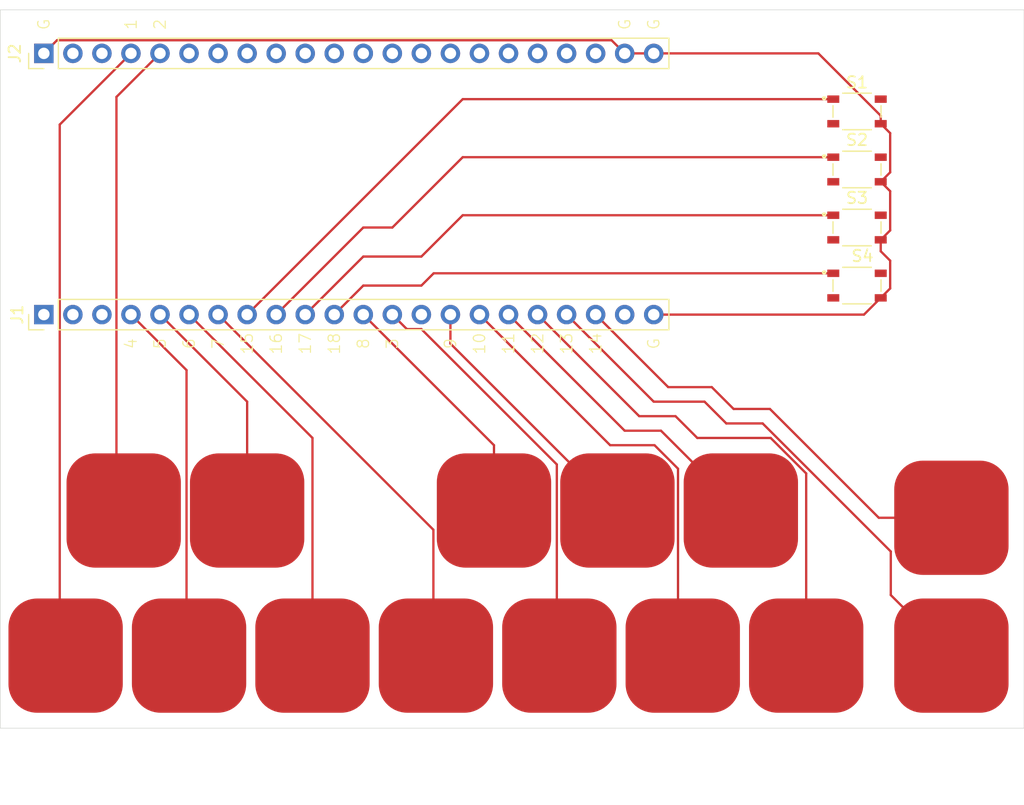
<source format=kicad_pcb>
(kicad_pcb (version 20240108) (generator "pcbnew") (generator_version "8.0")
  (layers (0 "F.Cu" signal) (31 "B.Cu" signal) (34 "B.Paste" user) (35 "F.Paste" user) (36 "B.SilkS" user "B.Silkscreen") (37 "F.SilkS" user "F.Silkscreen") (38 "B.Mask" user) (39 "F.Mask" user) (44 "Edge.Cuts" user))
  (net 0 "")
  (net 1 "SELECT2")
  (net 2 "TOUCH10")
  (net 3 "GND")
  (net 4 "SELECT1")
  (net 6 "TOUCH7")
  (net 7 "TOUCH5")
  (net 8 "TOUCH14")
  (net 10 "TOUCH4")
  (net 11 "TOUCH6")
  (net 12 "TOUCH11")
  (net 13 "TOUCH9")
  (net 15 "SELECT3")
  (net 16 "TOUCH3")
  (net 17 "TOUCH12")
  (net 18 "SELECT4")
  (net 19 "TOUCH8")
  (net 20 "TOUCH13")
  (net 30 "TOUCH1")
  (net 35 "TOUCH2")
  (footprint "Pad-CapacitiveTouch:Pad-CapacitiveTouch" (layer "F.Cu") (at 67.945 88.265)
    (property "Reference" "J5")
    (property "Value" "Conn_01x01")
    (pad "1" smd roundrect (at 0 0) (size 10 10) (layers "F.Cu" "F.Mask") (net 16 "TOUCH3"))
  )
  (footprint "Pad-CapacitiveTouch:Pad-CapacitiveTouch" (layer "F.Cu") (at 62.23 75.565)
    (property "Reference" "J10")
    (property "Value" "Conn_01x01")
    (pad "1" smd roundrect (at 0 0) (size 10 10) (layers "F.Cu" "F.Mask") (net 19 "TOUCH8"))
  )
  (footprint "Pad-CapacitiveTouch:Pad-CapacitiveTouch" (layer "F.Cu") (at 83.82 75.565)
    (property "Reference" "J13")
    (property "Value" "Conn_01x01")
    (pad "1" smd roundrect (at 0 0) (size 10 10) (layers "F.Cu" "F.Mask") (net 12 "TOUCH11"))
  )
  (footprint "Pad-CapacitiveTouch:Pad-CapacitiveTouch" (layer "F.Cu") (at 29.845 75.565)
    (property "Reference" "J4")
    (property "Value" "Conn_01x01")
    (pad "1" smd roundrect (at 0 0) (size 10 10) (layers "F.Cu" "F.Mask") (net 35 "TOUCH2"))
  )
  (footprint "Pad-CapacitiveTouch:Pad-CapacitiveTouch" (layer "F.Cu") (at 57.15 88.265)
    (property "Reference" "J9")
    (property "Value" "Conn_01x01")
    (pad "1" smd roundrect (at 0 0) (size 10 10) (layers "F.Cu" "F.Mask") (net 6 "TOUCH7"))
  )
  (footprint "SKRPACE010:SKRPACE010" (layer "F.Cu") (at 93.98 55.88)
    (property "Reference" "S4" (at 0.47575 -2.58912 0) (layer "F.SilkS") (effects (font (size 1.001591 1.001591))))
    (property "Value" "SKRPACE010")
    (fp_line (start -2.1 -0.5) (end -2.1 0.5) (stroke (width 0.127)) (layer "F.SilkS"))
    (fp_line (start -1.25 -1.6) (end 1.25 -1.6) (stroke (width 0.127)) (layer "F.SilkS"))
    (fp_line (start -1.25 1.6) (end 1.25 1.6) (stroke (width 0.127)) (layer "F.SilkS"))
    (fp_line (start 2.1 -0.5) (end 2.1 0.5) (stroke (width 0.127)) (layer "F.SilkS"))
    (fp_circle (center -2.9 -1.15) (end -2.788197 -1.15) (stroke (width 0.127)) (fill none) (layer "F.SilkS"))
    (fp_circle (center -2.85 -1.15) (end -2.8 -1.15) (stroke (width 0.127)) (fill none) (layer "F.SilkS"))
    (pad "1" smd rect (at -2.075 -1.075) (size 1.05 0.65) (layers "F.Cu" "F.Paste" "F.Mask") (net 18 "SELECT4"))
    (pad "2" smd rect (at 2.075 -1.075) (size 1.05 0.65) (layers "F.Cu" "F.Paste" "F.Mask"))
    (pad "3" smd rect (at -2.075 1.075) (size 1.05 0.65) (layers "F.Cu" "F.Paste" "F.Mask"))
    (pad "4" smd rect (at 2.075 1.075) (size 1.05 0.65) (layers "F.Cu" "F.Paste" "F.Mask") (net 3 "GND"))
  )
  (footprint "Pad-CapacitiveTouch:Pad-CapacitiveTouch" (layer "F.Cu") (at 73.025 75.565)
    (property "Reference" "J11")
    (property "Value" "Conn_01x01")
    (pad "1" smd roundrect (at 0 0) (size 10 10) (layers "F.Cu" "F.Mask") (net 13 "TOUCH9"))
  )
  (footprint "SKRPACE010:SKRPACE010" (layer "F.Cu") (at 93.98 45.72)
    (property "Reference" "S2" (at 0 -2.58912 0) (layer "F.SilkS") (effects (font (size 1.001591 1.001591))))
    (property "Value" "SKRPACE010")
    (fp_line (start -2.1 -0.5) (end -2.1 0.5) (stroke (width 0.127)) (layer "F.SilkS"))
    (fp_line (start -1.25 -1.6) (end 1.25 -1.6) (stroke (width 0.127)) (layer "F.SilkS"))
    (fp_line (start -1.25 1.6) (end 1.25 1.6) (stroke (width 0.127)) (layer "F.SilkS"))
    (fp_line (start 2.1 -0.5) (end 2.1 0.5) (stroke (width 0.127)) (layer "F.SilkS"))
    (fp_circle (center -2.9 -1.15) (end -2.788197 -1.15) (stroke (width 0.127)) (fill none) (layer "F.SilkS"))
    (fp_circle (center -2.85 -1.15) (end -2.8 -1.15) (stroke (width 0.127)) (fill none) (layer "F.SilkS"))
    (pad "1" smd rect (at -2.075 -1.075) (size 1.05 0.65) (layers "F.Cu" "F.Paste" "F.Mask") (net 1 "SELECT2"))
    (pad "2" smd rect (at 2.075 -1.075) (size 1.05 0.65) (layers "F.Cu" "F.Paste" "F.Mask"))
    (pad "3" smd rect (at -2.075 1.075) (size 1.05 0.65) (layers "F.Cu" "F.Paste" "F.Mask"))
    (pad "4" smd rect (at 2.075 1.075) (size 1.05 0.65) (layers "F.Cu" "F.Paste" "F.Mask") (net 3 "GND"))
  )
  (footprint "SKRPACE010:SKRPACE010" (layer "F.Cu") (at 93.98 40.64)
    (property "Reference" "S1" (at 0 -2.54 0) (layer "F.SilkS") (effects (font (size 1.001591 1.001591))))
    (property "Value" "SKRPACE010")
    (fp_line (start -2.1 -0.5) (end -2.1 0.5) (stroke (width 0.127)) (layer "F.SilkS"))
    (fp_line (start -1.25 -1.6) (end 1.25 -1.6) (stroke (width 0.127)) (layer "F.SilkS"))
    (fp_line (start -1.25 1.6) (end 1.25 1.6) (stroke (width 0.127)) (layer "F.SilkS"))
    (fp_line (start 2.1 -0.5) (end 2.1 0.5) (stroke (width 0.127)) (layer "F.SilkS"))
    (fp_circle (center -2.9 -1.15) (end -2.788197 -1.15) (stroke (width 0.127)) (fill none) (layer "F.SilkS"))
    (fp_circle (center -2.85 -1.15) (end -2.8 -1.15) (stroke (width 0.127)) (fill none) (layer "F.SilkS"))
    (pad "1" smd rect (at -2.075 -1.075) (size 1.05 0.65) (layers "F.Cu" "F.Paste" "F.Mask") (net 4 "SELECT1"))
    (pad "2" smd rect (at 2.075 -1.075) (size 1.05 0.65) (layers "F.Cu" "F.Paste" "F.Mask"))
    (pad "3" smd rect (at -2.075 1.075) (size 1.05 0.65) (layers "F.Cu" "F.Paste" "F.Mask"))
    (pad "4" smd rect (at 2.075 1.075) (size 1.05 0.65) (layers "F.Cu" "F.Paste" "F.Mask") (net 3 "GND"))
  )
  (footprint "Connector_PinHeader_2.54mm:PinHeader_1x22_P2.54mm_Vertical" (layer "F.Cu") (at 22.86 58.42 90)
    (property "Reference" "J1" (at 0 -2.33 90) (layer "F.SilkS"))
    (property "Value" "Conn_01x22")
    (fp_line (start -1.33 -1.33) (end 0 -1.33) (stroke (width 0.12)) (layer "F.SilkS"))
    (fp_line (start -1.33 0) (end -1.33 -1.33) (stroke (width 0.12)) (layer "F.SilkS"))
    (fp_line (start 1.33 1.27) (end 1.33 54.67) (stroke (width 0.12)) (layer "F.SilkS"))
    (fp_line (start -1.33 1.27) (end 1.33 1.27) (stroke (width 0.12)) (layer "F.SilkS"))
    (fp_line (start -1.33 1.27) (end -1.33 54.67) (stroke (width 0.12)) (layer "F.SilkS"))
    (fp_line (start -1.33 54.67) (end 1.33 54.67) (stroke (width 0.12)) (layer "F.SilkS"))
    (pad "1" thru_hole rect (at 0 0 90) (size 1.7 1.7) (drill 1) (layers "*.Cu" "*.Mask"))
    (pad "2" thru_hole oval (at 0 2.54 90) (size 1.7 1.7) (drill 1) (layers "*.Cu" "*.Mask"))
    (pad "3" thru_hole oval (at 0 5.08 90) (size 1.7 1.7) (drill 1) (layers "*.Cu" "*.Mask"))
    (pad "4" thru_hole oval (at 0 7.62 90) (size 1.7 1.7) (drill 1) (layers "*.Cu" "*.Mask") (net 10 "TOUCH4"))
    (pad "5" thru_hole oval (at 0 10.16 90) (size 1.7 1.7) (drill 1) (layers "*.Cu" "*.Mask") (net 7 "TOUCH5"))
    (pad "6" thru_hole oval (at 0 12.7 90) (size 1.7 1.7) (drill 1) (layers "*.Cu" "*.Mask") (net 11 "TOUCH6"))
    (pad "7" thru_hole oval (at 0 15.24 90) (size 1.7 1.7) (drill 1) (layers "*.Cu" "*.Mask") (net 6 "TOUCH7"))
    (pad "8" thru_hole oval (at 0 17.78 90) (size 1.7 1.7) (drill 1) (layers "*.Cu" "*.Mask") (net 4 "SELECT1"))
    (pad "9" thru_hole oval (at 0 20.32 90) (size 1.7 1.7) (drill 1) (layers "*.Cu" "*.Mask") (net 1 "SELECT2"))
    (pad "10" thru_hole oval (at 0 22.86 90) (size 1.7 1.7) (drill 1) (layers "*.Cu" "*.Mask") (net 15 "SELECT3"))
    (pad "11" thru_hole oval (at 0 25.4 90) (size 1.7 1.7) (drill 1) (layers "*.Cu" "*.Mask") (net 18 "SELECT4"))
    (pad "12" thru_hole oval (at 0 27.94 90) (size 1.7 1.7) (drill 1) (layers "*.Cu" "*.Mask") (net 19 "TOUCH8"))
    (pad "13" thru_hole oval (at 0 30.48 90) (size 1.7 1.7) (drill 1) (layers "*.Cu" "*.Mask") (net 16 "TOUCH3"))
    (pad "14" thru_hole oval (at 0 33.02 90) (size 1.7 1.7) (drill 1) (layers "*.Cu" "*.Mask"))
    (pad "15" thru_hole oval (at 0 35.56 90) (size 1.7 1.7) (drill 1) (layers "*.Cu" "*.Mask") (net 13 "TOUCH9"))
    (pad "16" thru_hole oval (at 0 38.1 90) (size 1.7 1.7) (drill 1) (layers "*.Cu" "*.Mask") (net 2 "TOUCH10"))
    (pad "17" thru_hole oval (at 0 40.64 90) (size 1.7 1.7) (drill 1) (layers "*.Cu" "*.Mask") (net 12 "TOUCH11"))
    (pad "18" thru_hole oval (at 0 43.18 90) (size 1.7 1.7) (drill 1) (layers "*.Cu" "*.Mask") (net 17 "TOUCH12"))
    (pad "19" thru_hole oval (at 0 45.72 90) (size 1.7 1.7) (drill 1) (layers "*.Cu" "*.Mask") (net 20 "TOUCH13"))
    (pad "20" thru_hole oval (at 0 48.26 90) (size 1.7 1.7) (drill 1) (layers "*.Cu" "*.Mask") (net 8 "TOUCH14"))
    (pad "21" thru_hole oval (at 0 50.8 90) (size 1.7 1.7) (drill 1) (layers "*.Cu" "*.Mask"))
    (pad "22" thru_hole oval (at 0 53.34 90) (size 1.7 1.7) (drill 1) (layers "*.Cu" "*.Mask") (net 3 "GND"))
  )
  (footprint "SKRPACE010:SKRPACE010" (layer "F.Cu") (at 93.98 50.8)
    (property "Reference" "S3" (at 0 -2.58912 0) (layer "F.SilkS") (effects (font (size 1.001591 1.001591))))
    (property "Value" "SKRPACE010")
    (fp_line (start -2.1 -0.5) (end -2.1 0.5) (stroke (width 0.127)) (layer "F.SilkS"))
    (fp_line (start -1.25 -1.6) (end 1.25 -1.6) (stroke (width 0.127)) (layer "F.SilkS"))
    (fp_line (start -1.25 1.6) (end 1.25 1.6) (stroke (width 0.127)) (layer "F.SilkS"))
    (fp_line (start 2.1 -0.5) (end 2.1 0.5) (stroke (width 0.127)) (layer "F.SilkS"))
    (fp_circle (center -2.9 -1.15) (end -2.788197 -1.15) (stroke (width 0.127)) (fill none) (layer "F.SilkS"))
    (fp_circle (center -2.85 -1.15) (end -2.8 -1.15) (stroke (width 0.127)) (fill none) (layer "F.SilkS"))
    (pad "1" smd rect (at -2.075 -1.075) (size 1.05 0.65) (layers "F.Cu" "F.Paste" "F.Mask") (net 15 "SELECT3"))
    (pad "2" smd rect (at 2.075 -1.075) (size 1.05 0.65) (layers "F.Cu" "F.Paste" "F.Mask"))
    (pad "3" smd rect (at -2.075 1.075) (size 1.05 0.65) (layers "F.Cu" "F.Paste" "F.Mask"))
    (pad "4" smd rect (at 2.075 1.075) (size 1.05 0.65) (layers "F.Cu" "F.Paste" "F.Mask") (net 3 "GND"))
  )
  (footprint "Connector_PinHeader_2.54mm:PinHeader_1x22_P2.54mm_Vertical" (layer "F.Cu") (at 22.86 35.56 90)
    (property "Reference" "J2" (at 0 -2.54 90) (layer "F.SilkS"))
    (property "Value" "Conn_01x22")
    (fp_line (start -1.33 -1.33) (end 0 -1.33) (stroke (width 0.12)) (layer "F.SilkS"))
    (fp_line (start -1.33 0) (end -1.33 -1.33) (stroke (width 0.12)) (layer "F.SilkS"))
    (fp_line (start 1.33 1.27) (end 1.33 54.67) (stroke (width 0.12)) (layer "F.SilkS"))
    (fp_line (start -1.33 1.27) (end 1.33 1.27) (stroke (width 0.12)) (layer "F.SilkS"))
    (fp_line (start -1.33 1.27) (end -1.33 54.67) (stroke (width 0.12)) (layer "F.SilkS"))
    (fp_line (start -1.33 54.67) (end 1.33 54.67) (stroke (width 0.12)) (layer "F.SilkS"))
    (pad "1" thru_hole rect (at 0 0 90) (size 1.7 1.7) (drill 1) (layers "*.Cu" "*.Mask") (net 3 "GND"))
    (pad "2" thru_hole oval (at 0 2.54 90) (size 1.7 1.7) (drill 1) (layers "*.Cu" "*.Mask"))
    (pad "3" thru_hole oval (at 0 5.08 90) (size 1.7 1.7) (drill 1) (layers "*.Cu" "*.Mask"))
    (pad "4" thru_hole oval (at 0 7.62 90) (size 1.7 1.7) (drill 1) (layers "*.Cu" "*.Mask") (net 30 "TOUCH1"))
    (pad "5" thru_hole oval (at 0 10.16 90) (size 1.7 1.7) (drill 1) (layers "*.Cu" "*.Mask") (net 35 "TOUCH2"))
    (pad "6" thru_hole oval (at 0 12.7 90) (size 1.7 1.7) (drill 1) (layers "*.Cu" "*.Mask"))
    (pad "7" thru_hole oval (at 0 15.24 90) (size 1.7 1.7) (drill 1) (layers "*.Cu" "*.Mask"))
    (pad "8" thru_hole oval (at 0 17.78 90) (size 1.7 1.7) (drill 1) (layers "*.Cu" "*.Mask"))
    (pad "9" thru_hole oval (at 0 20.32 90) (size 1.7 1.7) (drill 1) (layers "*.Cu" "*.Mask"))
    (pad "10" thru_hole oval (at 0 22.86 90) (size 1.7 1.7) (drill 1) (layers "*.Cu" "*.Mask"))
    (pad "11" thru_hole oval (at 0 25.4 90) (size 1.7 1.7) (drill 1) (layers "*.Cu" "*.Mask"))
    (pad "12" thru_hole oval (at 0 27.94 90) (size 1.7 1.7) (drill 1) (layers "*.Cu" "*.Mask"))
    (pad "13" thru_hole oval (at 0 30.48 90) (size 1.7 1.7) (drill 1) (layers "*.Cu" "*.Mask"))
    (pad "14" thru_hole oval (at 0 33.02 90) (size 1.7 1.7) (drill 1) (layers "*.Cu" "*.Mask"))
    (pad "15" thru_hole oval (at 0 35.56 90) (size 1.7 1.7) (drill 1) (layers "*.Cu" "*.Mask"))
    (pad "16" thru_hole oval (at 0 38.1 90) (size 1.7 1.7) (drill 1) (layers "*.Cu" "*.Mask"))
    (pad "17" thru_hole oval (at 0 40.64 90) (size 1.7 1.7) (drill 1) (layers "*.Cu" "*.Mask"))
    (pad "18" thru_hole oval (at 0 43.18 90) (size 1.7 1.7) (drill 1) (layers "*.Cu" "*.Mask"))
    (pad "19" thru_hole oval (at 0 45.72 90) (size 1.7 1.7) (drill 1) (layers "*.Cu" "*.Mask"))
    (pad "20" thru_hole oval (at 0 48.26 90) (size 1.7 1.7) (drill 1) (layers "*.Cu" "*.Mask"))
    (pad "21" thru_hole oval (at 0 50.8 90) (size 1.7 1.7) (drill 1) (layers "*.Cu" "*.Mask") (net 3 "GND"))
    (pad "22" thru_hole oval (at 0 53.34 90) (size 1.7 1.7) (drill 1) (layers "*.Cu" "*.Mask") (net 3 "GND"))
  )
  (footprint "Pad-CapacitiveTouch:Pad-CapacitiveTouch" (layer "F.Cu") (at 78.74 88.265)
    (property "Reference" "J12")
    (property "Value" "Conn_01x01")
    (pad "1" smd roundrect (at 0 0) (size 10 10) (layers "F.Cu" "F.Mask") (net 2 "TOUCH10"))
  )
  (footprint "Pad-CapacitiveTouch:Pad-CapacitiveTouch" (layer "F.Cu") (at 46.355 88.265)
    (property "Reference" "J8")
    (property "Value" "Conn_01x01")
    (pad "1" smd roundrect (at 0 0) (size 10 10) (layers "F.Cu" "F.Mask") (net 11 "TOUCH6"))
  )
  (footprint "Pad-CapacitiveTouch:Pad-CapacitiveTouch" (layer "F.Cu") (at 89.535 88.265)
    (property "Reference" "J14")
    (property "Value" "Conn_01x01")
    (pad "1" smd roundrect (at 0 0) (size 10 10) (layers "F.Cu" "F.Mask") (net 17 "TOUCH12"))
  )
  (footprint "Pad-CapacitiveTouch:Pad-CapacitiveTouch" (layer "F.Cu") (at 24.765 88.265)
    (property "Reference" "J3")
    (property "Value" "Conn_01x01")
    (pad "1" smd roundrect (at 0 0) (size 10 10) (layers "F.Cu" "F.Mask") (net 30 "TOUCH1"))
  )
  (footprint "Pad-CapacitiveTouch:Pad-CapacitiveTouch" (layer "F.Cu") (at 40.64 75.565)
    (property "Reference" "J7")
    (property "Value" "Conn_01x01")
    (pad "1" smd roundrect (at 0 0) (size 10 10) (layers "F.Cu" "F.Mask") (net 7 "TOUCH5"))
  )
  (footprint "Pad-CapacitiveTouch:Pad-CapacitiveTouch" (layer "F.Cu") (at 102.235 88.265)
    (property "Reference" "J16")
    (property "Value" "Conn_01x01")
    (pad "1" smd roundrect (at 0 0) (size 10 10) (layers "F.Cu" "F.Mask") (net 20 "TOUCH13"))
  )
  (footprint "Pad-CapacitiveTouch:Pad-CapacitiveTouch" (layer "F.Cu") (at 102.235 76.2)
    (property "Reference" "J15")
    (property "Value" "Conn_01x01")
    (pad "1" smd roundrect (at 0 0) (size 10 10) (layers "F.Cu" "F.Mask") (net 8 "TOUCH14"))
  )
  (footprint "Pad-CapacitiveTouch:Pad-CapacitiveTouch" (layer "F.Cu") (at 35.56 88.265)
    (property "Reference" "J6")
    (property "Value" "Conn_01x01")
    (pad "1" smd roundrect (at 0 0) (size 10 10) (layers "F.Cu" "F.Mask") (net 10 "TOUCH4"))
  )
  (gr_rect (start 19.05 31.75) (end 108.585 94.615) (stroke (width 0.05)) (fill none) (layer "Edge.Cuts"))
  (gr_text "16" (at 43.18 60.96 90) (layer "F.SilkS") (effects (font (size 1 1) (thickness 0.1))))
  (gr_text "18" (at 48.26 60.96 90) (layer "F.SilkS") (effects (font (size 1 1) (thickness 0.1))))
  (gr_text "14" (at 71.12 60.96 90) (layer "F.SilkS") (effects (font (size 1 1) (thickness 0.1))))
  (gr_text "G" (at 76.2 33.02 90) (layer "F.SilkS") (effects (font (size 1 1) (thickness 0.1))))
  (gr_text "5" (at 33.02 60.96 90) (layer "F.SilkS") (effects (font (size 1 1) (thickness 0.1))))
  (gr_text "17" (at 45.72 60.96 90) (layer "F.SilkS") (effects (font (size 1 1) (thickness 0.1))))
  (gr_text "6" (at 35.56 60.96 90) (layer "F.SilkS") (effects (font (size 1 1) (thickness 0.1))))
  (gr_text "13" (at 68.58 60.96 90) (layer "F.SilkS") (effects (font (size 1 1) (thickness 0.1))))
  (gr_text "2" (at 33.02 33.02 90) (layer "F.SilkS") (effects (font (size 1 1) (thickness 0.1))))
  (gr_text "1" (at 30.48 33.02 90) (layer "F.SilkS") (effects (font (size 1 1) (thickness 0.1))))
  (gr_text "G" (at 73.66 33.02 90) (layer "F.SilkS") (effects (font (size 1 1) (thickness 0.1))))
  (gr_text "7" (at 38.1 60.96 90) (layer "F.SilkS") (effects (font (size 1 1) (thickness 0.1))))
  (gr_text "10" (at 60.96 60.96 90) (layer "F.SilkS") (effects (font (size 1 1) (thickness 0.1))))
  (gr_text "3" (at 53.34 60.96 90) (layer "F.SilkS") (effects (font (size 1 1) (thickness 0.1))))
  (gr_text "4" (at 30.48 60.96 90) (layer "F.SilkS") (effects (font (size 1 1) (thickness 0.1))))
  (gr_text "G" (at 76.2 60.96 90) (layer "F.SilkS") (effects (font (size 1 1) (thickness 0.1))))
  (gr_text "G" (at 22.86 33.02 90) (layer "F.SilkS") (effects (font (size 1 1) (thickness 0.1))))
  (gr_text "9" (at 58.42 60.96 90) (layer "F.SilkS") (effects (font (size 1 1) (thickness 0.1))))
  (gr_text "8" (at 50.8 60.96 90) (layer "F.SilkS") (effects (font (size 1 1) (thickness 0.1))))
  (gr_text "11" (at 63.5 60.96 90) (layer "F.SilkS") (effects (font (size 1 1) (thickness 0.1))))
  (gr_text "15" (at 40.64 60.96 90) (layer "F.SilkS") (effects (font (size 1 1) (thickness 0.1))))
  (gr_text "12" (at 66.04 60.96 90) (layer "F.SilkS") (effects (font (size 1 1) (thickness 0.1))))
  (segment (start 91.905 44.645) (end 59.495 44.645) (width 0.2) (layer "F.Cu") (net 1))
  (segment (start 50.8 50.8) (end 43.18 58.42) (width 0.2) (layer "F.Cu") (net 1))
  (segment (start 53.34 50.8) (end 50.8 50.8) (width 0.2) (layer "F.Cu") (net 1))
  (segment (start 59.495 44.645) (end 53.34 50.8) (width 0.2) (layer "F.Cu") (net 1))
  (segment (start 78.325 87.85) (end 78.325 71.9052) (width 0.2) (layer "F.Cu") (net 2))
  (segment (start 72.39 69.85) (end 60.96 58.42) (width 0.2) (layer "F.Cu") (net 2))
  (segment (start 76.2698 69.85) (end 72.39 69.85) (width 0.2) (layer "F.Cu") (net 2))
  (segment (start 78.74 88.265) (end 78.325 87.85) (width 0.2) (layer "F.Cu") (net 2))
  (segment (start 78.325 71.9052) (end 76.2698 69.85) (width 0.2) (layer "F.Cu") (net 2))
  (segment (start 96.88 42.54) (end 96.88 45.97) (width 0.2) (layer "F.Cu") (net 3))
  (segment (start 90.6 35.56) (end 96.055 41.015) (width 0.2) (layer "F.Cu") (net 3))
  (segment (start 96.88 51.05) (end 96.055 51.875) (width 0.2) (layer "F.Cu") (net 3))
  (segment (start 96.055 52.875) (end 96.88 53.7) (width 0.2) (layer "F.Cu") (net 3))
  (segment (start 24.01 34.41) (end 72.51 34.41) (width 0.2) (layer "F.Cu") (net 3))
  (segment (start 94.59 58.42) (end 76.2 58.42) (width 0.2) (layer "F.Cu") (net 3))
  (segment (start 96.055 56.955) (end 94.59 58.42) (width 0.2) (layer "F.Cu") (net 3))
  (segment (start 96.88 53.7) (end 96.88 56.13) (width 0.2) (layer "F.Cu") (net 3))
  (segment (start 72.51 34.41) (end 73.66 35.56) (width 0.2) (layer "F.Cu") (net 3))
  (segment (start 96.88 45.97) (end 96.055 46.795) (width 0.2) (layer "F.Cu") (net 3))
  (segment (start 22.86 35.56) (end 24.01 34.41) (width 0.2) (layer "F.Cu") (net 3))
  (segment (start 96.88 47.62) (end 96.88 51.05) (width 0.2) (layer "F.Cu") (net 3))
  (segment (start 76.2 35.56) (end 90.6 35.56) (width 0.2) (layer "F.Cu") (net 3))
  (segment (start 76.2 35.56) (end 73.66 35.56) (width 0.2) (layer "F.Cu") (net 3))
  (segment (start 96.055 41.715) (end 96.88 42.54) (width 0.2) (layer "F.Cu") (net 3))
  (segment (start 96.055 41.015) (end 96.055 41.715) (width 0.2) (layer "F.Cu") (net 3))
  (segment (start 96.055 51.875) (end 96.055 52.875) (width 0.2) (layer "F.Cu") (net 3))
  (segment (start 96.055 46.795) (end 96.88 47.62) (width 0.2) (layer "F.Cu") (net 3))
  (segment (start 96.88 56.13) (end 96.055 56.955) (width 0.2) (layer "F.Cu") (net 3))
  (segment (start 40.64 58.42) (end 59.495 39.565) (width 0.2) (layer "F.Cu") (net 4))
  (segment (start 59.495 39.565) (end 91.905 39.565) (width 0.2) (layer "F.Cu") (net 4))
  (segment (start 56.93 77.25) (end 38.1 58.42) (width 0.2) (layer "F.Cu") (net 6))
  (segment (start 57.15 88.265) (end 56.93 88.045) (width 0.2) (layer "F.Cu") (net 6))
  (segment (start 56.93 88.045) (end 56.93 77.25) (width 0.2) (layer "F.Cu") (net 6))
  (segment (start 40.64 75.565) (end 40.64 66.04) (width 0.2) (layer "F.Cu") (net 7))
  (segment (start 40.64 66.04) (end 33.02 58.42) (width 0.2) (layer "F.Cu") (net 7))
  (segment (start 95.885 76.2) (end 86.36 66.675) (width 0.2) (layer "F.Cu") (net 8))
  (segment (start 77.47 64.77) (end 71.12 58.42) (width 0.2) (layer "F.Cu") (net 8))
  (segment (start 102.235 76.2) (end 95.885 76.2) (width 0.2) (layer "F.Cu") (net 8))
  (segment (start 86.36 66.675) (end 83.185 66.675) (width 0.2) (layer "F.Cu") (net 8))
  (segment (start 83.185 66.675) (end 81.28 64.77) (width 0.2) (layer "F.Cu") (net 8))
  (segment (start 81.28 64.77) (end 77.47 64.77) (width 0.2) (layer "F.Cu") (net 8))
  (segment (start 35.56 88.265) (end 35.34 88.045) (width 0.2) (layer "F.Cu") (net 10))
  (segment (start 35.34 63.28) (end 30.48 58.42) (width 0.2) (layer "F.Cu") (net 10))
  (segment (start 35.34 88.045) (end 35.34 63.28) (width 0.2) (layer "F.Cu") (net 10))
  (segment (start 46.355 88.265) (end 46.355 69.215) (width 0.2) (layer "F.Cu") (net 11))
  (segment (start 46.355 69.215) (end 35.56 58.42) (width 0.2) (layer "F.Cu") (net 11))
  (segment (start 76.835 68.58) (end 73.66 68.58) (width 0.2) (layer "F.Cu") (net 12))
  (segment (start 83.82 75.565) (end 76.835 68.58) (width 0.2) (layer "F.Cu") (net 12))
  (segment (start 73.66 68.58) (end 63.5 58.42) (width 0.2) (layer "F.Cu") (net 12))
  (segment (start 58.42 60.96) (end 58.42 58.42) (width 0.2) (layer "F.Cu") (net 13))
  (segment (start 73.025 75.565) (end 58.42 60.96) (width 0.2) (layer "F.Cu") (net 13))
  (segment (start 55.88 53.34) (end 59.495 49.725) (width 0.2) (layer "F.Cu") (net 15))
  (segment (start 59.495 49.725) (end 91.905 49.725) (width 0.2) (layer "F.Cu") (net 15))
  (segment (start 50.8 53.34) (end 55.88 53.34) (width 0.2) (layer "F.Cu") (net 15))
  (segment (start 45.72 58.42) (end 50.8 53.34) (width 0.2) (layer "F.Cu") (net 15))
  (segment (start 54.61 59.69) (end 53.34 58.42) (width 0.2) (layer "F.Cu") (net 16))
  (segment (start 67.725 71.535) (end 55.88 59.69) (width 0.2) (layer "F.Cu") (net 16))
  (segment (start 67.945 88.265) (end 67.725 88.045) (width 0.2) (layer "F.Cu") (net 16))
  (segment (start 55.88 59.69) (end 54.61 59.69) (width 0.2) (layer "F.Cu") (net 16))
  (segment (start 67.725 88.045) (end 67.725 71.535) (width 0.2) (layer "F.Cu") (net 16))
  (segment (start 89.535 88.265) (end 89.535 72.3202) (width 0.2) (layer "F.Cu") (net 17))
  (segment (start 74.93 67.31) (end 66.04 58.42) (width 0.2) (layer "F.Cu") (net 17))
  (segment (start 86.4298 69.215) (end 80.01 69.215) (width 0.2) (layer "F.Cu") (net 17))
  (segment (start 78.105 67.31) (end 74.93 67.31) (width 0.2) (layer "F.Cu") (net 17))
  (segment (start 80.01 69.215) (end 78.105 67.31) (width 0.2) (layer "F.Cu") (net 17))
  (segment (start 89.535 72.3202) (end 86.4298 69.215) (width 0.2) (layer "F.Cu") (net 17))
  (segment (start 55.88 55.88) (end 56.955 54.805) (width 0.2) (layer "F.Cu") (net 18))
  (segment (start 48.26 58.42) (end 50.8 55.88) (width 0.2) (layer "F.Cu") (net 18))
  (segment (start 50.8 55.88) (end 55.88 55.88) (width 0.2) (layer "F.Cu") (net 18))
  (segment (start 56.955 54.805) (end 91.905 54.805) (width 0.2) (layer "F.Cu") (net 18))
  (segment (start 62.23 75.565) (end 62.23 69.85) (width 0.2) (layer "F.Cu") (net 19))
  (segment (start 62.23 69.85) (end 50.8 58.42) (width 0.2) (layer "F.Cu") (net 19))
  (segment (start 82.55 67.945) (end 80.645 66.04) (width 0.2) (layer "F.Cu") (net 20))
  (segment (start 85.725486 67.945) (end 82.55 67.945) (width 0.2) (layer "F.Cu") (net 20))
  (segment (start 76.2 66.04) (end 68.58 58.42) (width 0.2) (layer "F.Cu") (net 20))
  (segment (start 96.935 79.154514) (end 85.725486 67.945) (width 0.2) (layer "F.Cu") (net 20))
  (segment (start 96.935 82.965) (end 96.935 79.154514) (width 0.2) (layer "F.Cu") (net 20))
  (segment (start 102.235 88.265) (end 96.935 82.965) (width 0.2) (layer "F.Cu") (net 20))
  (segment (start 80.645 66.04) (end 76.2 66.04) (width 0.2) (layer "F.Cu") (net 20))
  (segment (start 24.25 41.79) (end 30.48 35.56) (width 0.2) (layer "F.Cu") (net 30))
  (segment (start 24.765 88.265) (end 24.25 87.75) (width 0.2) (layer "F.Cu") (net 30))
  (segment (start 24.25 87.75) (end 24.25 41.79) (width 0.2) (layer "F.Cu") (net 30))
  (segment (start 29.21 39.37) (end 29.21 74.93) (width 0.2) (layer "F.Cu") (net 35))
  (segment (start 29.21 74.93) (end 29.845 75.565) (width 0.2) (layer "F.Cu") (net 35))
  (segment (start 29.21 39.37) (end 33.02 35.56) (width 0.2) (layer "F.Cu") (net 35))
)
</source>
